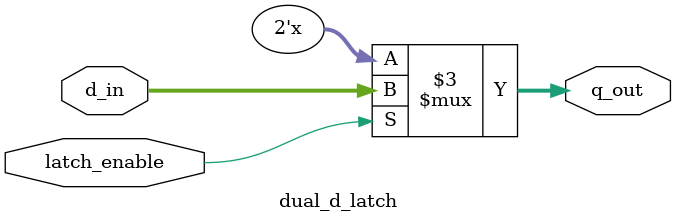
<source format=sv>
module dual_d_latch (
    input wire [1:0] d_in,
    input wire latch_enable,
    output reg [1:0] q_out
);
    always @* begin
        if (latch_enable)
            q_out = d_in;
    end
endmodule
</source>
